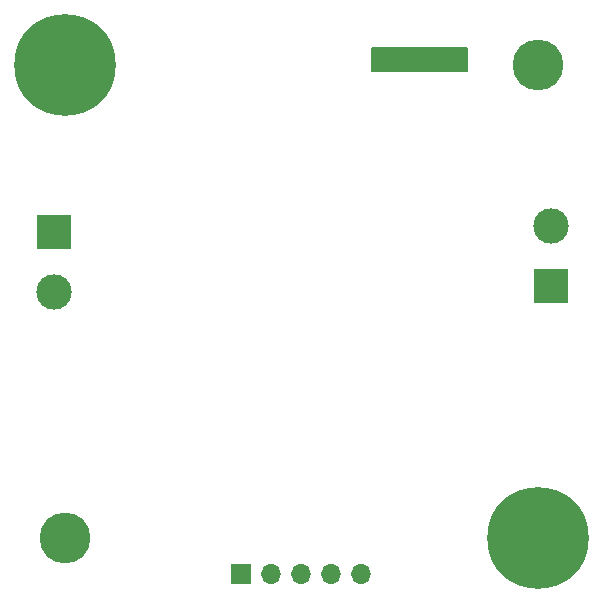
<source format=gbs>
%TF.GenerationSoftware,KiCad,Pcbnew,7.0.1-3b83917a11~172~ubuntu22.10.1*%
%TF.CreationDate,2023-09-26T16:25:12+02:00*%
%TF.ProjectId,MIC28517,4d494332-3835-4313-972e-6b696361645f,rev?*%
%TF.SameCoordinates,Original*%
%TF.FileFunction,Soldermask,Bot*%
%TF.FilePolarity,Negative*%
%FSLAX46Y46*%
G04 Gerber Fmt 4.6, Leading zero omitted, Abs format (unit mm)*
G04 Created by KiCad (PCBNEW 7.0.1-3b83917a11~172~ubuntu22.10.1) date 2023-09-26 16:25:12*
%MOMM*%
%LPD*%
G01*
G04 APERTURE LIST*
%ADD10C,0.150000*%
%ADD11C,8.600000*%
%ADD12C,0.900000*%
%ADD13C,4.300000*%
%ADD14R,3.000000X3.000000*%
%ADD15C,3.000000*%
%ADD16R,1.700000X1.700000*%
%ADD17O,1.700000X1.700000*%
G04 APERTURE END LIST*
D10*
X181000000Y-53500000D02*
X189000000Y-53500000D01*
X189000000Y-55500000D01*
X181000000Y-55500000D01*
X181000000Y-53500000D01*
G36*
X181000000Y-53500000D02*
G01*
X189000000Y-53500000D01*
X189000000Y-55500000D01*
X181000000Y-55500000D01*
X181000000Y-53500000D01*
G37*
D11*
%TO.C,H4*%
X155000000Y-55000000D03*
D12*
X155000000Y-58225000D03*
X152719581Y-57280419D03*
X157280419Y-52719581D03*
X157280419Y-57280419D03*
X151775000Y-55000000D03*
X152719581Y-52719581D03*
X155000000Y-51775000D03*
X158225000Y-55000000D03*
%TD*%
D13*
%TO.C,H3*%
X195000000Y-55000000D03*
%TD*%
D11*
%TO.C,H2*%
X195000000Y-95000000D03*
D12*
X195000000Y-98225000D03*
X192719581Y-97280419D03*
X197280419Y-92719581D03*
X197280419Y-97280419D03*
X191775000Y-95000000D03*
X192719581Y-92719581D03*
X195000000Y-91775000D03*
X198225000Y-95000000D03*
%TD*%
D13*
%TO.C,H1*%
X155000000Y-95000000D03*
%TD*%
D14*
%TO.C,J3*%
X154025000Y-69110000D03*
D15*
X154025000Y-74190000D03*
%TD*%
D14*
%TO.C,J2*%
X196100000Y-73640000D03*
D15*
X196100000Y-68560000D03*
%TD*%
D16*
%TO.C,J1*%
X169900000Y-98100000D03*
D17*
X172440000Y-98100000D03*
X174980000Y-98100000D03*
X177520000Y-98100000D03*
X180060000Y-98100000D03*
%TD*%
M02*

</source>
